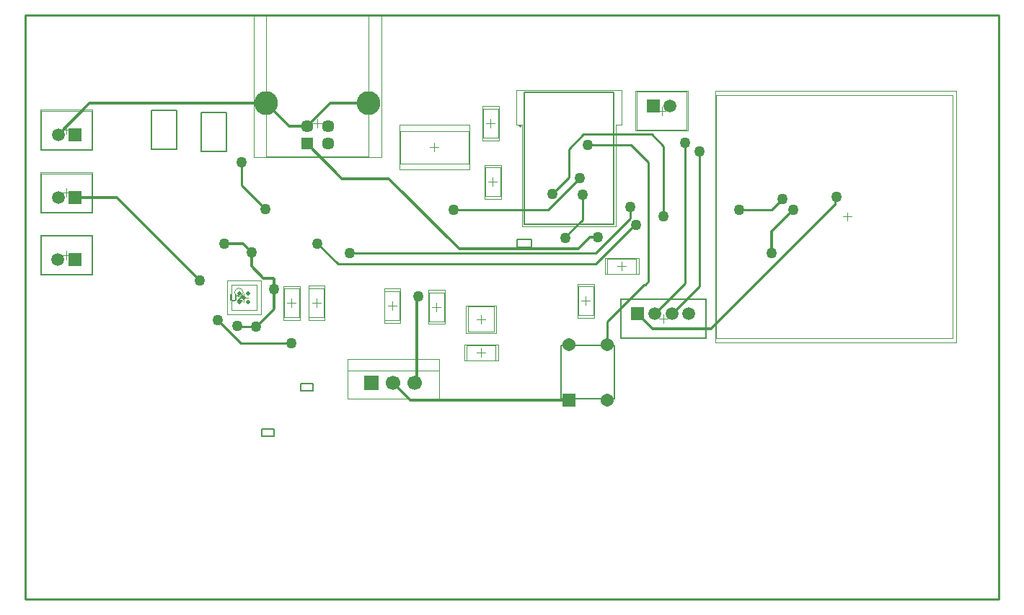
<source format=gbl>
G04*
G04 #@! TF.GenerationSoftware,Altium Limited,Altium Designer,21.0.9 (235)*
G04*
G04 Layer_Physical_Order=2*
G04 Layer_Color=16711680*
%FSLAX25Y25*%
%MOIN*%
G70*
G04*
G04 #@! TF.SameCoordinates,D1A995C4-E234-4582-B38A-79D50AB79B9C*
G04*
G04*
G04 #@! TF.FilePolarity,Positive*
G04*
G01*
G75*
%ADD11C,0.00787*%
%ADD13C,0.00500*%
%ADD14C,0.01000*%
%ADD15C,0.00630*%
%ADD16C,0.00394*%
%ADD17C,0.00197*%
%ADD45R,0.06063X0.06063*%
%ADD46C,0.06063*%
%ADD71C,0.01200*%
%ADD73C,0.05906*%
%ADD74R,0.05906X0.05906*%
%ADD75C,0.05709*%
%ADD76R,0.05709X0.05709*%
%ADD77C,0.11024*%
%ADD78R,0.06693X0.06693*%
%ADD79C,0.06693*%
%ADD80C,0.05000*%
%ADD81C,0.01968*%
D11*
X487618Y332618D02*
Y357382D01*
X512382D01*
Y332618D02*
Y357382D01*
X487618Y332618D02*
X512382D01*
X349291Y318772D02*
X354803D01*
Y315228D02*
Y318772D01*
X349291Y315228D02*
X354803D01*
X349291D02*
Y318772D01*
X367244Y339772D02*
X372756D01*
Y336228D02*
Y339772D01*
X367244Y336228D02*
X372756D01*
X367244D02*
Y339772D01*
X467154Y402728D02*
Y406272D01*
Y402728D02*
X473846D01*
Y406272D01*
X467154D02*
X473846D01*
X321252Y446945D02*
X332748D01*
Y465055D01*
X321252D02*
X332748D01*
X321252Y446945D02*
Y465055D01*
X298252Y447945D02*
X309748D01*
Y466055D01*
X298252D02*
X309748D01*
X298252Y447945D02*
Y466055D01*
X468992Y458756D02*
G03*
X468992Y458756I-394J0D01*
G01*
D13*
X470567Y474504D02*
X511905D01*
Y413480D02*
Y474504D01*
X470567Y413480D02*
X511905D01*
X470567D02*
Y474504D01*
D14*
X503400Y399900D02*
X519459Y415959D01*
X390100Y399900D02*
X503400D01*
X390000Y400000D02*
X390100Y399900D01*
X614235Y422235D02*
Y425156D01*
X329000Y369000D02*
X339500Y358500D01*
X363000D01*
X420000Y340000D02*
X420750Y340750D01*
Y379250D02*
X421500Y380000D01*
X337000Y366000D02*
X346500D01*
X354414Y388500D02*
X355000Y387914D01*
X346500Y366000D02*
X355000Y374500D01*
X340000Y431500D02*
Y442000D01*
Y431500D02*
X351000Y420500D01*
X521677Y413177D02*
X522333D01*
X519459Y415959D02*
Y421500D01*
X503500Y395000D02*
X521677Y413177D01*
X438000Y420000D02*
X481616D01*
X437000D02*
X438000D01*
X384500Y395000D02*
X503500D01*
X375000Y404500D02*
X384500Y395000D01*
X497500Y415500D02*
Y427000D01*
X490000Y408000D02*
X497500Y415500D01*
X481616Y420000D02*
X496308Y434692D01*
X614235Y425156D02*
X615000Y425921D01*
X523000Y372000D02*
X525453Y369547D01*
X535000Y417000D02*
Y449500D01*
X530874Y372000D02*
X545000Y386126D01*
Y451000D01*
X551500Y384752D02*
Y447000D01*
X538748Y372000D02*
X551500Y384752D01*
X529500Y455000D02*
X535000Y449500D01*
X498000Y455000D02*
X529500D01*
X483459Y427500D02*
X491112Y435153D01*
Y448112D01*
X498000Y455000D01*
X520000Y450000D02*
X528000Y442000D01*
X500000Y450000D02*
X520000D01*
X526500Y385500D02*
X528000Y387000D01*
Y442000D01*
X508858Y368358D02*
X526000Y385500D01*
X508858Y357795D02*
Y368358D01*
X526000Y385500D02*
X526500D01*
X585000Y420000D02*
X590000Y425000D01*
X570000Y420000D02*
X585000D01*
X240000Y510000D02*
X690000D01*
Y240000D02*
Y510000D01*
X240000Y240000D02*
X690000D01*
X240000D02*
Y510000D01*
D15*
X335000Y381074D02*
Y378450D01*
X335525Y377925D01*
X336574D01*
X337099Y378450D01*
Y381074D01*
X340248Y377925D02*
X338149D01*
X340248Y380024D01*
Y380549D01*
X339723Y381074D01*
X338673D01*
X338149Y380549D01*
D16*
X340606Y381862D02*
G03*
X340606Y381862I-1969J0D01*
G01*
X247386Y465858D02*
X270614D01*
X247386Y448142D02*
Y465858D01*
X270614Y448142D02*
Y465858D01*
X247386Y448142D02*
X270614D01*
X247386Y436858D02*
X270614D01*
X247386Y419142D02*
Y436858D01*
X270614Y419142D02*
Y436858D01*
X247386Y419142D02*
X270614D01*
X559130Y360596D02*
Y473195D01*
X668577Y360596D02*
Y473195D01*
X559130Y360596D02*
X668577D01*
X559130Y473195D02*
X668577D01*
X515323Y360976D02*
X554299D01*
X515323D02*
Y378693D01*
X554299Y360976D02*
Y378693D01*
X515323D02*
X554299D01*
X351299Y444783D02*
X398701D01*
Y509744D01*
X351299D02*
X398701D01*
X351299Y444783D02*
Y509744D01*
X444594Y363594D02*
Y375405D01*
X456405D01*
Y363594D02*
Y375405D01*
X444594Y363594D02*
X456405D01*
X444594Y375406D02*
X456406D01*
Y363594D02*
Y375406D01*
X444594Y363594D02*
X456406D01*
X444594D02*
Y375406D01*
X495457Y371307D02*
Y384693D01*
X502543Y371307D02*
Y384693D01*
X495457Y371307D02*
X502543D01*
X495457Y384693D02*
X502543D01*
X413252Y441520D02*
X444748D01*
X413252D02*
Y456480D01*
X444748D01*
Y441520D02*
Y456480D01*
X443992Y357543D02*
X457378D01*
X443992Y350457D02*
X457378D01*
X443992D02*
Y357543D01*
X457378Y350457D02*
Y357543D01*
X426457Y368492D02*
Y381878D01*
X433543Y368492D02*
Y381878D01*
X426457Y368492D02*
X433543D01*
X426457Y381878D02*
X433543D01*
X405957Y368992D02*
Y382378D01*
X413043Y368992D02*
Y382378D01*
X405957Y368992D02*
X413043D01*
X405957Y382378D02*
X413043D01*
X366543Y370260D02*
Y383646D01*
X359457Y370260D02*
Y383646D01*
X366543D01*
X359457Y370260D02*
X366543D01*
X378043Y370354D02*
Y383740D01*
X370957Y370354D02*
Y383740D01*
X378043D01*
X370957Y370354D02*
X378043D01*
X458543Y453354D02*
Y466740D01*
X451457Y453354D02*
Y466740D01*
X458543D01*
X451457Y453354D02*
X458543D01*
X508992Y390457D02*
X522378D01*
X508992Y397543D02*
X522378D01*
Y390457D02*
Y397543D01*
X508992Y390457D02*
Y397543D01*
X452457Y426307D02*
Y439693D01*
X459543Y426307D02*
Y439693D01*
X452457Y426307D02*
X459543D01*
X452457Y439693D02*
X459543D01*
X335094Y373594D02*
X346906D01*
X335094Y385406D02*
X346906D01*
Y373594D02*
Y385406D01*
X335094Y373594D02*
Y385406D01*
X388937Y345709D02*
X431063D01*
X388937Y332717D02*
X431063D01*
Y351220D01*
X388937Y332717D02*
Y351220D01*
X431063D01*
X247323Y390307D02*
X270551D01*
Y408024D01*
X247323Y390307D02*
Y408024D01*
X270551D01*
X522449Y474693D02*
X545677D01*
X522449Y456976D02*
Y474693D01*
X545677Y456976D02*
Y474693D01*
X522449Y456976D02*
X545677D01*
X259000Y455031D02*
Y458968D01*
X257031Y457000D02*
X260968D01*
X259000Y426031D02*
Y429968D01*
X257031Y428000D02*
X260968D01*
X617939Y416896D02*
X621876D01*
X619907Y414927D02*
Y418864D01*
X534811Y367866D02*
Y371803D01*
X532843Y369835D02*
X536780D01*
X375000Y458032D02*
Y461969D01*
X373031Y460000D02*
X376969D01*
X450500Y367532D02*
Y371469D01*
X448532Y369500D02*
X452469D01*
X497032Y378000D02*
X500969D01*
X499000Y376032D02*
Y379969D01*
X495260Y370126D02*
Y385874D01*
X502740Y370126D02*
Y385874D01*
X495260Y370126D02*
X502740D01*
X495260Y385874D02*
X502740D01*
X427032Y449000D02*
X430969D01*
X429000Y447032D02*
Y450969D01*
X450685Y352031D02*
Y355969D01*
X448717Y354000D02*
X452654D01*
X442811Y357740D02*
X458559D01*
X442811Y350260D02*
X458559D01*
X442811D02*
Y357740D01*
X458559Y350260D02*
Y357740D01*
X428032Y375185D02*
X431969D01*
X430000Y373217D02*
Y377154D01*
X426260Y367311D02*
Y383059D01*
X433740Y367311D02*
Y383059D01*
X426260Y367311D02*
X433740D01*
X426260Y383059D02*
X433740D01*
X407532Y375685D02*
X411469D01*
X409500Y373717D02*
Y377654D01*
X405760Y367811D02*
Y383559D01*
X413240Y367811D02*
Y383559D01*
X405760Y367811D02*
X413240D01*
X405760Y383559D02*
X413240D01*
X361032Y376953D02*
X364969D01*
X363000Y374984D02*
Y378921D01*
X366740Y369079D02*
Y384827D01*
X359260Y369079D02*
Y384827D01*
X366740D01*
X359260Y369079D02*
X366740D01*
X372532Y377047D02*
X376469D01*
X374500Y375079D02*
Y379016D01*
X378240Y369173D02*
Y384921D01*
X370760Y369173D02*
Y384921D01*
X378240D01*
X370760Y369173D02*
X378240D01*
X453032Y460047D02*
X456969D01*
X455000Y458079D02*
Y462016D01*
X458740Y452173D02*
Y467921D01*
X451260Y452173D02*
Y467921D01*
X458740D01*
X451260Y452173D02*
X458740D01*
X515685Y392032D02*
Y395969D01*
X513717Y394000D02*
X517654D01*
X507811Y390260D02*
X523559D01*
X507811Y397740D02*
X523559D01*
Y390260D02*
Y397740D01*
X507811Y390260D02*
Y397740D01*
X454032Y433000D02*
X457969D01*
X456000Y431032D02*
Y434969D01*
X452260Y425126D02*
Y440874D01*
X459740Y425126D02*
Y440874D01*
X452260Y425126D02*
X459740D01*
X452260Y440874D02*
X459740D01*
X341000Y377532D02*
Y381469D01*
X339032Y379500D02*
X342969D01*
X408031Y340000D02*
X411969D01*
X410000Y338031D02*
Y341968D01*
X256968Y399165D02*
X260905D01*
X258937Y397197D02*
Y401134D01*
X532094Y465835D02*
X536031D01*
X534063Y463866D02*
Y467803D01*
D17*
X246992Y466252D02*
X271008D01*
X246992Y447748D02*
Y466252D01*
X271008Y447748D02*
Y466252D01*
X246992Y447748D02*
X271008D01*
X246992Y437252D02*
X271008D01*
X246992Y418748D02*
Y437252D01*
X271008Y418748D02*
Y437252D01*
X246992Y418748D02*
X271008D01*
X558734Y358777D02*
Y474915D01*
Y358777D02*
X670153D01*
Y474915D01*
X558734D02*
X670153D01*
X514929Y360583D02*
X554693D01*
X514929D02*
Y379087D01*
X554693Y360583D02*
Y379087D01*
X514929D02*
X554693D01*
X345394Y444390D02*
Y510138D01*
X404606D01*
Y444390D02*
Y510138D01*
X345394Y444390D02*
X404606D01*
X443610Y375799D02*
X457390D01*
Y363201D02*
Y375799D01*
X443610Y363201D02*
X457390D01*
X443610D02*
Y375799D01*
X412858Y438567D02*
X445142D01*
X412858D02*
Y459433D01*
X445142D01*
Y438567D02*
Y459433D01*
X466827Y459543D02*
X469583D01*
X466827D02*
Y475488D01*
X515646D01*
Y459543D02*
Y475488D01*
X512890Y459543D02*
X515646D01*
X512890Y412496D02*
Y459543D01*
X469583Y412496D02*
X512890D01*
X469583D02*
Y459543D01*
X333126Y371626D02*
X348874D01*
X333126Y387374D02*
X348874D01*
Y371626D02*
Y387374D01*
X333126Y371626D02*
Y387374D01*
X246929Y389913D02*
X270945D01*
Y408417D01*
X246929Y389913D02*
Y408417D01*
X270945D01*
X522055Y475087D02*
X546071D01*
X522055Y456583D02*
Y475087D01*
X546071Y456583D02*
Y475087D01*
X522055Y456583D02*
X546071D01*
D45*
X491142Y332205D02*
D03*
D46*
Y357795D02*
D03*
X508858Y332205D02*
D03*
Y357795D02*
D03*
D71*
X495500Y402000D02*
X501000Y407500D01*
X440500Y402000D02*
X495500D01*
X408000Y434500D02*
X440500Y402000D01*
X530000Y365000D02*
X557000D01*
X614235Y422235D01*
X525453Y369547D02*
X530000Y365000D01*
X344500Y394000D02*
X350000Y388500D01*
X344500Y394000D02*
Y400500D01*
X340500Y404500D02*
X344500Y400500D01*
X332000Y404500D02*
X340500D01*
X420750Y340750D02*
Y379250D01*
X355000Y383500D02*
Y387914D01*
Y374500D02*
Y383500D01*
X350000Y388500D02*
X354414D01*
X282165Y425835D02*
X320500Y387500D01*
X262937Y425835D02*
X282165D01*
X501000Y407500D02*
X504500D01*
X417795Y332205D02*
X491142D01*
X410000Y340000D02*
X417795Y332205D01*
X585000Y410000D02*
X595000Y420000D01*
X585000Y400000D02*
Y410000D01*
X370079Y450728D02*
X386307Y434500D01*
X408000D01*
X351299Y469272D02*
X361968Y458602D01*
X370079D01*
X380748Y469272D02*
X398701D01*
X370079Y458602D02*
X380748Y469272D01*
X255063Y454835D02*
X269500Y469272D01*
X351299D01*
D73*
X255063Y454835D02*
D03*
Y425835D02*
D03*
X538748Y372000D02*
D03*
X530874D02*
D03*
X546622D02*
D03*
X255000Y397000D02*
D03*
X538000Y468000D02*
D03*
D74*
X262937Y454835D02*
D03*
Y425835D02*
D03*
X523000Y372000D02*
D03*
X262874Y397000D02*
D03*
X530126Y468000D02*
D03*
D75*
X370079Y458602D02*
D03*
X379921D02*
D03*
Y450728D02*
D03*
D76*
X370079D02*
D03*
D77*
X351299Y469272D02*
D03*
X398701D02*
D03*
D78*
X400000Y340000D02*
D03*
D79*
X410000D02*
D03*
X420000D02*
D03*
D80*
X421500Y380000D02*
D03*
X332000Y404500D02*
D03*
X355000Y383500D02*
D03*
X338000Y366500D02*
D03*
X340000Y442000D02*
D03*
X320500Y387500D02*
D03*
X344500Y400500D02*
D03*
X351000Y420500D02*
D03*
X346500Y366000D02*
D03*
X363000Y358500D02*
D03*
X329000Y369000D02*
D03*
X504500Y407500D02*
D03*
X522333Y413177D02*
D03*
X438000Y420000D02*
D03*
X489500Y407000D02*
D03*
X390000Y400000D02*
D03*
X535000Y417000D02*
D03*
X595000Y420000D02*
D03*
X615000Y425921D02*
D03*
X590000Y425000D02*
D03*
X585000Y400000D02*
D03*
X496308Y434692D02*
D03*
X545000Y451000D02*
D03*
X551500Y447000D02*
D03*
X519459Y421500D02*
D03*
X483459Y427500D02*
D03*
X497500Y427000D02*
D03*
X375000Y404500D02*
D03*
X500000Y450000D02*
D03*
X570000Y420000D02*
D03*
D81*
X341000Y379500D02*
D03*
X342969Y377532D02*
D03*
Y381469D02*
D03*
X339032D02*
D03*
Y377532D02*
D03*
M02*

</source>
